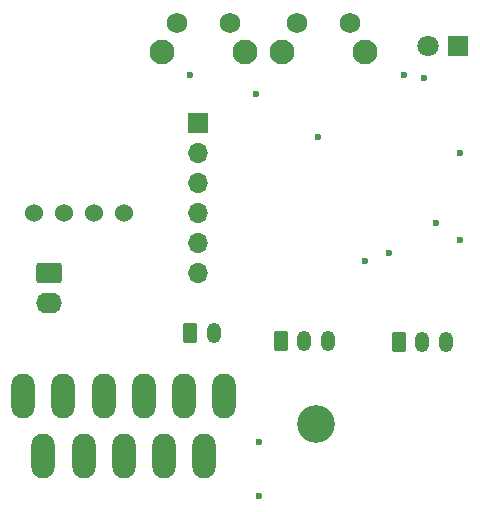
<source format=gbr>
%TF.GenerationSoftware,KiCad,Pcbnew,7.0.7-7.0.7~ubuntu22.04.1*%
%TF.CreationDate,2023-09-11T18:28:41+01:00*%
%TF.ProjectId,Blinder,426c696e-6465-4722-9e6b-696361645f70,rev?*%
%TF.SameCoordinates,Original*%
%TF.FileFunction,Soldermask,Bot*%
%TF.FilePolarity,Negative*%
%FSLAX46Y46*%
G04 Gerber Fmt 4.6, Leading zero omitted, Abs format (unit mm)*
G04 Created by KiCad (PCBNEW 7.0.7-7.0.7~ubuntu22.04.1) date 2023-09-11 18:28:41*
%MOMM*%
%LPD*%
G01*
G04 APERTURE LIST*
G04 Aperture macros list*
%AMRoundRect*
0 Rectangle with rounded corners*
0 $1 Rounding radius*
0 $2 $3 $4 $5 $6 $7 $8 $9 X,Y pos of 4 corners*
0 Add a 4 corners polygon primitive as box body*
4,1,4,$2,$3,$4,$5,$6,$7,$8,$9,$2,$3,0*
0 Add four circle primitives for the rounded corners*
1,1,$1+$1,$2,$3*
1,1,$1+$1,$4,$5*
1,1,$1+$1,$6,$7*
1,1,$1+$1,$8,$9*
0 Add four rect primitives between the rounded corners*
20,1,$1+$1,$2,$3,$4,$5,0*
20,1,$1+$1,$4,$5,$6,$7,0*
20,1,$1+$1,$6,$7,$8,$9,0*
20,1,$1+$1,$8,$9,$2,$3,0*%
G04 Aperture macros list end*
%ADD10R,1.800000X1.800000*%
%ADD11C,1.800000*%
%ADD12O,2.004000X3.804000*%
%ADD13C,3.200000*%
%ADD14RoundRect,0.250000X-0.350000X-0.625000X0.350000X-0.625000X0.350000X0.625000X-0.350000X0.625000X0*%
%ADD15O,1.200000X1.750000*%
%ADD16C,2.100000*%
%ADD17C,1.750000*%
%ADD18O,1.700000X1.700000*%
%ADD19R,1.700000X1.700000*%
%ADD20O,2.190000X1.740000*%
%ADD21RoundRect,0.250000X-0.845000X0.620000X-0.845000X-0.620000X0.845000X-0.620000X0.845000X0.620000X0*%
%ADD22C,1.524000*%
%ADD23C,0.600000*%
G04 APERTURE END LIST*
D10*
%TO.C,D1*%
X74000000Y-24000000D03*
D11*
X71460000Y-24000000D03*
%TD*%
D12*
%TO.C,IC1*%
X37220000Y-53650000D03*
X38920000Y-58730000D03*
X40620000Y-53650000D03*
X42320000Y-58730000D03*
X44020000Y-53650000D03*
X45720000Y-58730000D03*
X47420000Y-53650000D03*
X49120000Y-58730000D03*
X50820000Y-53650000D03*
X52520000Y-58730000D03*
X54220000Y-53650000D03*
%TD*%
D13*
%TO.C,REF\u002A\u002A*%
X62000000Y-56000000D03*
%TD*%
D14*
%TO.C,J5*%
X51340000Y-48260000D03*
D15*
X53340000Y-48260000D03*
%TD*%
D16*
%TO.C,SW2*%
X48950000Y-24490000D03*
X55960000Y-24490000D03*
D17*
X50200000Y-22000000D03*
X54700000Y-22000000D03*
%TD*%
D15*
%TO.C,J3*%
X63000000Y-48980000D03*
X61000000Y-48980000D03*
D14*
X59000000Y-48980000D03*
%TD*%
D18*
%TO.C,J2*%
X52000000Y-43180000D03*
X52000000Y-40640000D03*
X52000000Y-38100000D03*
X52000000Y-35560000D03*
X52000000Y-33020000D03*
D19*
X52000000Y-30480000D03*
%TD*%
D15*
%TO.C,J4*%
X73000000Y-49000000D03*
X71000000Y-49000000D03*
D14*
X69000000Y-49000000D03*
%TD*%
D20*
%TO.C,J1*%
X39370000Y-45720000D03*
D21*
X39370000Y-43180000D03*
%TD*%
D22*
%TO.C,U1*%
X38100000Y-38100000D03*
X40640000Y-38100000D03*
X43180000Y-38100000D03*
X45720000Y-38100000D03*
%TD*%
D17*
%TO.C,SW1*%
X64894220Y-22001721D03*
X60394220Y-22001721D03*
D16*
X66154220Y-24491721D03*
X59144220Y-24491721D03*
%TD*%
D23*
X71120000Y-26670000D03*
X62168000Y-31688000D03*
X51308000Y-26416000D03*
X69469000Y-26451500D03*
X74168000Y-33020000D03*
X66167000Y-42164000D03*
X72136000Y-38989000D03*
X74168000Y-40386000D03*
X56896000Y-28067000D03*
X68199000Y-41529000D03*
X57150000Y-57531000D03*
X57150000Y-62103000D03*
M02*

</source>
